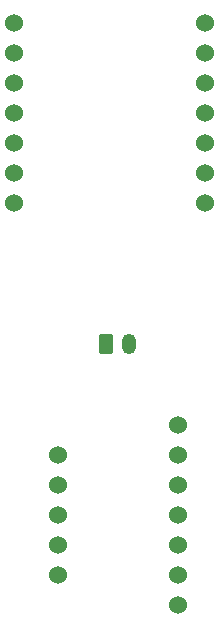
<source format=gbr>
%TF.GenerationSoftware,KiCad,Pcbnew,8.0.1*%
%TF.CreationDate,2024-04-20T15:27:58+02:00*%
%TF.ProjectId,systek_jumpsensor,73797374-656b-45f6-9a75-6d7073656e73,rev?*%
%TF.SameCoordinates,Original*%
%TF.FileFunction,Soldermask,Bot*%
%TF.FilePolarity,Negative*%
%FSLAX46Y46*%
G04 Gerber Fmt 4.6, Leading zero omitted, Abs format (unit mm)*
G04 Created by KiCad (PCBNEW 8.0.1) date 2024-04-20 15:27:58*
%MOMM*%
%LPD*%
G01*
G04 APERTURE LIST*
G04 Aperture macros list*
%AMRoundRect*
0 Rectangle with rounded corners*
0 $1 Rounding radius*
0 $2 $3 $4 $5 $6 $7 $8 $9 X,Y pos of 4 corners*
0 Add a 4 corners polygon primitive as box body*
4,1,4,$2,$3,$4,$5,$6,$7,$8,$9,$2,$3,0*
0 Add four circle primitives for the rounded corners*
1,1,$1+$1,$2,$3*
1,1,$1+$1,$4,$5*
1,1,$1+$1,$6,$7*
1,1,$1+$1,$8,$9*
0 Add four rect primitives between the rounded corners*
20,1,$1+$1,$2,$3,$4,$5,0*
20,1,$1+$1,$4,$5,$6,$7,0*
20,1,$1+$1,$6,$7,$8,$9,0*
20,1,$1+$1,$8,$9,$2,$3,0*%
G04 Aperture macros list end*
%ADD10RoundRect,0.250000X-0.350000X-0.625000X0.350000X-0.625000X0.350000X0.625000X-0.350000X0.625000X0*%
%ADD11O,1.200000X1.750000*%
%ADD12C,1.524000*%
G04 APERTURE END LIST*
D10*
%TO.C,J1*%
X146000000Y-104500000D03*
D11*
X148000000Y-104500000D03*
%TD*%
D12*
%TO.C,DY-BMI1*%
X152066000Y-124080000D03*
X152066000Y-113920000D03*
X152066000Y-121540000D03*
X141906000Y-119000000D03*
X141906000Y-121540000D03*
X141906000Y-124080000D03*
X152066000Y-111380000D03*
X152066000Y-119000000D03*
X141906000Y-116460000D03*
X152066000Y-116460000D03*
X141906000Y-113920000D03*
X152066000Y-126620000D03*
%TD*%
%TO.C,U1*%
X138241120Y-77383800D03*
X138241120Y-79923800D03*
X138241120Y-82463800D03*
X138241120Y-85003800D03*
X138241120Y-87543800D03*
X138241120Y-90083800D03*
X138241120Y-92623800D03*
X154405680Y-92623800D03*
X154405680Y-90083800D03*
X154405680Y-87543800D03*
X154405680Y-85003800D03*
X154405680Y-82463800D03*
X154405680Y-79923800D03*
X154405680Y-77383800D03*
%TD*%
M02*

</source>
